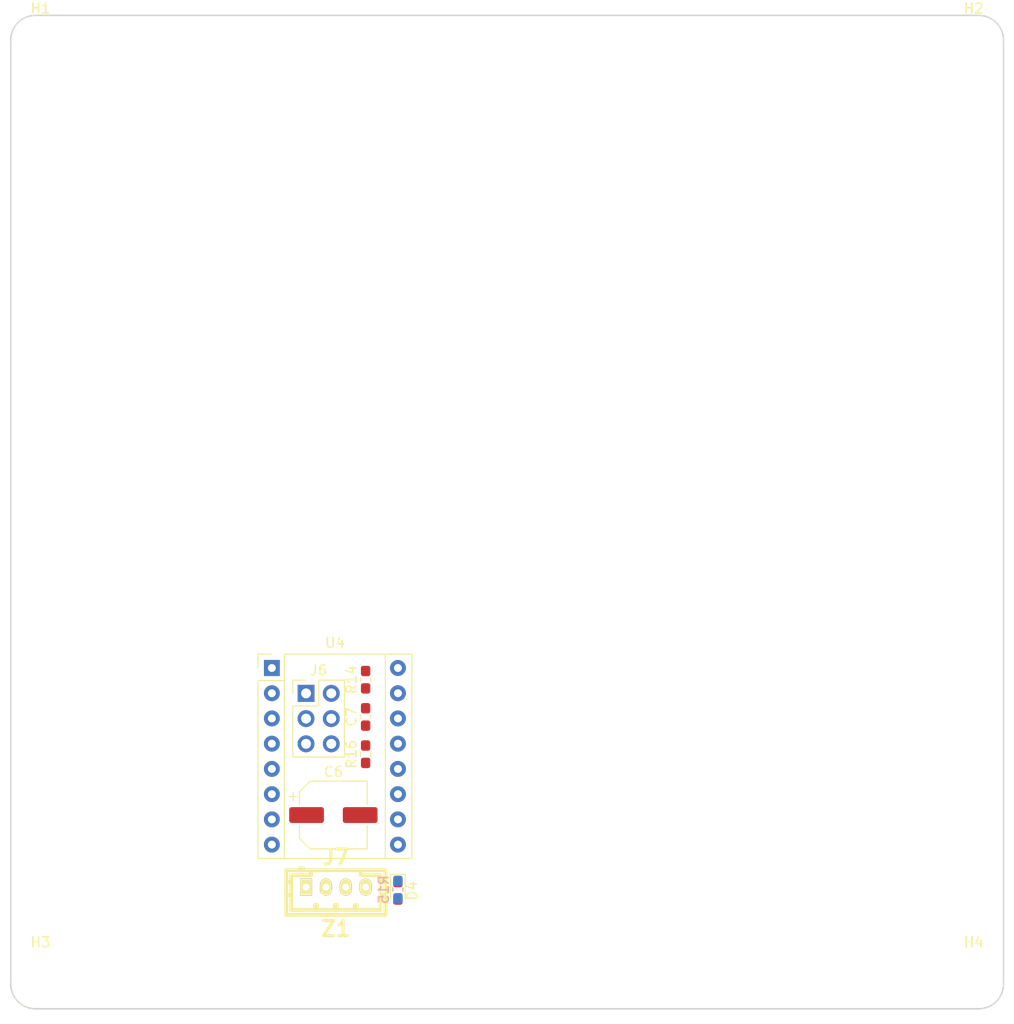
<source format=kicad_pcb>
(kicad_pcb (version 20171130) (host pcbnew 5.0.2-bee76a0~70~ubuntu18.04.1)

  (general
    (thickness 1.6)
    (drawings 8)
    (tracks 0)
    (zones 0)
    (modules 13)
    (nets 16)
  )

  (page A4)
  (layers
    (0 F.Cu signal)
    (31 B.Cu signal)
    (32 B.Adhes user)
    (33 F.Adhes user)
    (34 B.Paste user)
    (35 F.Paste user)
    (36 B.SilkS user)
    (37 F.SilkS user)
    (38 B.Mask user)
    (39 F.Mask user)
    (40 Dwgs.User user)
    (41 Cmts.User user)
    (42 Eco1.User user)
    (43 Eco2.User user)
    (44 Edge.Cuts user)
    (45 Margin user)
    (46 B.CrtYd user)
    (47 F.CrtYd user)
    (48 B.Fab user)
    (49 F.Fab user)
  )

  (setup
    (last_trace_width 0.25)
    (trace_clearance 0.2)
    (zone_clearance 0.508)
    (zone_45_only no)
    (trace_min 0.2)
    (segment_width 0.2)
    (edge_width 0.1)
    (via_size 0.8)
    (via_drill 0.4)
    (via_min_size 0.4)
    (via_min_drill 0.3)
    (uvia_size 0.3)
    (uvia_drill 0.1)
    (uvias_allowed no)
    (uvia_min_size 0.2)
    (uvia_min_drill 0.1)
    (pcb_text_width 0.3)
    (pcb_text_size 1.5 1.5)
    (mod_edge_width 0.15)
    (mod_text_size 1 1)
    (mod_text_width 0.15)
    (pad_size 1.5 1.5)
    (pad_drill 0.6)
    (pad_to_mask_clearance 0)
    (solder_mask_min_width 0.25)
    (aux_axis_origin 0 0)
    (visible_elements FFFFFF7F)
    (pcbplotparams
      (layerselection 0x010fc_ffffffff)
      (usegerberextensions false)
      (usegerberattributes false)
      (usegerberadvancedattributes false)
      (creategerberjobfile false)
      (excludeedgelayer true)
      (linewidth 0.100000)
      (plotframeref false)
      (viasonmask false)
      (mode 1)
      (useauxorigin false)
      (hpglpennumber 1)
      (hpglpenspeed 20)
      (hpglpendiameter 15.000000)
      (psnegative false)
      (psa4output false)
      (plotreference true)
      (plotvalue true)
      (plotinvisibletext false)
      (padsonsilk false)
      (subtractmaskfromsilk false)
      (outputformat 1)
      (mirror false)
      (drillshape 1)
      (scaleselection 1)
      (outputdirectory ""))
  )

  (net 0 "")
  (net 1 GND)
  (net 2 +3V3)
  (net 3 +12V)
  (net 4 "Net-(J7-Pad4)")
  (net 5 "Net-(J7-Pad2)")
  (net 6 "Net-(J7-Pad3)")
  (net 7 "Net-(J7-Pad1)")
  (net 8 /Z1_~E1_STEP~PER_DRIVER/~Z1_EN~)
  (net 9 "Net-(J6-Pad1)")
  (net 10 "Net-(J6-Pad3)")
  (net 11 "Net-(J6-Pad5)")
  (net 12 "Net-(U4-Pad5)")
  (net 13 /Z1_~E1_STEP~PER_DRIVER/Z1_STEP)
  (net 14 /Z1_~E1_STEP~PER_DRIVER/Z1_DIR)
  (net 15 "Net-(D4-Pad2)")

  (net_class Default "This is the default net class."
    (clearance 0.2)
    (trace_width 0.25)
    (via_dia 0.8)
    (via_drill 0.4)
    (uvia_dia 0.3)
    (uvia_drill 0.1)
    (add_net +12V)
    (add_net +3V3)
    (add_net /Z1_~E1_STEP~PER_DRIVER/Z1_DIR)
    (add_net /Z1_~E1_STEP~PER_DRIVER/Z1_STEP)
    (add_net /Z1_~E1_STEP~PER_DRIVER/~Z1_EN~)
    (add_net GND)
    (add_net "Net-(D4-Pad2)")
    (add_net "Net-(J6-Pad1)")
    (add_net "Net-(J6-Pad3)")
    (add_net "Net-(J6-Pad5)")
    (add_net "Net-(J7-Pad1)")
    (add_net "Net-(J7-Pad2)")
    (add_net "Net-(J7-Pad3)")
    (add_net "Net-(J7-Pad4)")
    (add_net "Net-(U4-Pad5)")
  )

  (module Capacitor_SMD:CP_Elec_6.3x7.7 (layer F.Cu) (tedit 5BCA39D0) (tstamp 5CCAAB55)
    (at 32.5 80.5)
    (descr "SMD capacitor, aluminum electrolytic, Nichicon, 6.3x7.7mm")
    (tags "capacitor electrolytic")
    (path /5CC0A8C5/5CC04D37)
    (attr smd)
    (fp_text reference C6 (at 0 -4.35) (layer F.SilkS)
      (effects (font (size 1 1) (thickness 0.15)))
    )
    (fp_text value CP100uf,25V (at 0 4.35) (layer F.Fab)
      (effects (font (size 1 1) (thickness 0.15)))
    )
    (fp_text user %R (at 0 0) (layer F.Fab)
      (effects (font (size 1 1) (thickness 0.15)))
    )
    (fp_line (start -4.7 1.05) (end -3.55 1.05) (layer F.CrtYd) (width 0.05))
    (fp_line (start -4.7 -1.05) (end -4.7 1.05) (layer F.CrtYd) (width 0.05))
    (fp_line (start -3.55 -1.05) (end -4.7 -1.05) (layer F.CrtYd) (width 0.05))
    (fp_line (start -3.55 1.05) (end -3.55 2.4) (layer F.CrtYd) (width 0.05))
    (fp_line (start -3.55 -2.4) (end -3.55 -1.05) (layer F.CrtYd) (width 0.05))
    (fp_line (start -3.55 -2.4) (end -2.4 -3.55) (layer F.CrtYd) (width 0.05))
    (fp_line (start -3.55 2.4) (end -2.4 3.55) (layer F.CrtYd) (width 0.05))
    (fp_line (start -2.4 -3.55) (end 3.55 -3.55) (layer F.CrtYd) (width 0.05))
    (fp_line (start -2.4 3.55) (end 3.55 3.55) (layer F.CrtYd) (width 0.05))
    (fp_line (start 3.55 1.05) (end 3.55 3.55) (layer F.CrtYd) (width 0.05))
    (fp_line (start 4.7 1.05) (end 3.55 1.05) (layer F.CrtYd) (width 0.05))
    (fp_line (start 4.7 -1.05) (end 4.7 1.05) (layer F.CrtYd) (width 0.05))
    (fp_line (start 3.55 -1.05) (end 4.7 -1.05) (layer F.CrtYd) (width 0.05))
    (fp_line (start 3.55 -3.55) (end 3.55 -1.05) (layer F.CrtYd) (width 0.05))
    (fp_line (start -4.04375 -2.24125) (end -4.04375 -1.45375) (layer F.SilkS) (width 0.12))
    (fp_line (start -4.4375 -1.8475) (end -3.65 -1.8475) (layer F.SilkS) (width 0.12))
    (fp_line (start -3.41 2.345563) (end -2.345563 3.41) (layer F.SilkS) (width 0.12))
    (fp_line (start -3.41 -2.345563) (end -2.345563 -3.41) (layer F.SilkS) (width 0.12))
    (fp_line (start -3.41 -2.345563) (end -3.41 -1.06) (layer F.SilkS) (width 0.12))
    (fp_line (start -3.41 2.345563) (end -3.41 1.06) (layer F.SilkS) (width 0.12))
    (fp_line (start -2.345563 3.41) (end 3.41 3.41) (layer F.SilkS) (width 0.12))
    (fp_line (start -2.345563 -3.41) (end 3.41 -3.41) (layer F.SilkS) (width 0.12))
    (fp_line (start 3.41 -3.41) (end 3.41 -1.06) (layer F.SilkS) (width 0.12))
    (fp_line (start 3.41 3.41) (end 3.41 1.06) (layer F.SilkS) (width 0.12))
    (fp_line (start -2.389838 -1.645) (end -2.389838 -1.015) (layer F.Fab) (width 0.1))
    (fp_line (start -2.704838 -1.33) (end -2.074838 -1.33) (layer F.Fab) (width 0.1))
    (fp_line (start -3.3 2.3) (end -2.3 3.3) (layer F.Fab) (width 0.1))
    (fp_line (start -3.3 -2.3) (end -2.3 -3.3) (layer F.Fab) (width 0.1))
    (fp_line (start -3.3 -2.3) (end -3.3 2.3) (layer F.Fab) (width 0.1))
    (fp_line (start -2.3 3.3) (end 3.3 3.3) (layer F.Fab) (width 0.1))
    (fp_line (start -2.3 -3.3) (end 3.3 -3.3) (layer F.Fab) (width 0.1))
    (fp_line (start 3.3 -3.3) (end 3.3 3.3) (layer F.Fab) (width 0.1))
    (fp_circle (center 0 0) (end 3.15 0) (layer F.Fab) (width 0.1))
    (pad 2 smd roundrect (at 2.7 0) (size 3.5 1.6) (layers F.Cu F.Paste F.Mask) (roundrect_rratio 0.15625)
      (net 1 GND))
    (pad 1 smd roundrect (at -2.7 0) (size 3.5 1.6) (layers F.Cu F.Paste F.Mask) (roundrect_rratio 0.15625)
      (net 3 +12V))
    (model ${KISYS3DMOD}/Capacitor_SMD.3dshapes/CP_Elec_6.3x7.7.wrl
      (at (xyz 0 0 0))
      (scale (xyz 1 1 1))
      (rotate (xyz 0 0 0))
    )
  )

  (module Capacitor_SMD:C_0603_1608Metric_Pad1.05x0.95mm_HandSolder (layer F.Cu) (tedit 5B301BBE) (tstamp 5CCAA7CE)
    (at 35.75 70.624999 90)
    (descr "Capacitor SMD 0603 (1608 Metric), square (rectangular) end terminal, IPC_7351 nominal with elongated pad for handsoldering. (Body size source: http://www.tortai-tech.com/upload/download/2011102023233369053.pdf), generated with kicad-footprint-generator")
    (tags "capacitor handsolder")
    (path /5CC0A8C5/5CC40BBB)
    (attr smd)
    (fp_text reference C7 (at 0 -1.43 90) (layer F.SilkS)
      (effects (font (size 1 1) (thickness 0.15)))
    )
    (fp_text value C104,0603 (at 0 1.43 90) (layer F.Fab)
      (effects (font (size 1 1) (thickness 0.15)))
    )
    (fp_text user %R (at 0 0 90) (layer F.Fab)
      (effects (font (size 0.4 0.4) (thickness 0.06)))
    )
    (fp_line (start 1.65 0.73) (end -1.65 0.73) (layer F.CrtYd) (width 0.05))
    (fp_line (start 1.65 -0.73) (end 1.65 0.73) (layer F.CrtYd) (width 0.05))
    (fp_line (start -1.65 -0.73) (end 1.65 -0.73) (layer F.CrtYd) (width 0.05))
    (fp_line (start -1.65 0.73) (end -1.65 -0.73) (layer F.CrtYd) (width 0.05))
    (fp_line (start -0.171267 0.51) (end 0.171267 0.51) (layer F.SilkS) (width 0.12))
    (fp_line (start -0.171267 -0.51) (end 0.171267 -0.51) (layer F.SilkS) (width 0.12))
    (fp_line (start 0.8 0.4) (end -0.8 0.4) (layer F.Fab) (width 0.1))
    (fp_line (start 0.8 -0.4) (end 0.8 0.4) (layer F.Fab) (width 0.1))
    (fp_line (start -0.8 -0.4) (end 0.8 -0.4) (layer F.Fab) (width 0.1))
    (fp_line (start -0.8 0.4) (end -0.8 -0.4) (layer F.Fab) (width 0.1))
    (pad 2 smd roundrect (at 0.875 0 90) (size 1.05 0.95) (layers F.Cu F.Paste F.Mask) (roundrect_rratio 0.25)
      (net 2 +3V3))
    (pad 1 smd roundrect (at -0.875 0 90) (size 1.05 0.95) (layers F.Cu F.Paste F.Mask) (roundrect_rratio 0.25)
      (net 1 GND))
    (model ${KISYS3DMOD}/Capacitor_SMD.3dshapes/C_0603_1608Metric.wrl
      (at (xyz 0 0 0))
      (scale (xyz 1 1 1))
      (rotate (xyz 0 0 0))
    )
  )

  (module Connector_PinHeader_2.54mm:PinHeader_2x03_P2.54mm_Vertical (layer F.Cu) (tedit 59FED5CC) (tstamp 5CCAA724)
    (at 29.75 68.25)
    (descr "Through hole straight pin header, 2x03, 2.54mm pitch, double rows")
    (tags "Through hole pin header THT 2x03 2.54mm double row")
    (path /5CC0A8C5/5CC04CDA)
    (fp_text reference J6 (at 1.27 -2.33) (layer F.SilkS)
      (effects (font (size 1 1) (thickness 0.15)))
    )
    (fp_text value MS_SELECT (at 1.27 7.41) (layer F.Fab)
      (effects (font (size 1 1) (thickness 0.15)))
    )
    (fp_text user %R (at 1.27 2.54 90) (layer F.Fab)
      (effects (font (size 1 1) (thickness 0.15)))
    )
    (fp_line (start 4.35 -1.8) (end -1.8 -1.8) (layer F.CrtYd) (width 0.05))
    (fp_line (start 4.35 6.85) (end 4.35 -1.8) (layer F.CrtYd) (width 0.05))
    (fp_line (start -1.8 6.85) (end 4.35 6.85) (layer F.CrtYd) (width 0.05))
    (fp_line (start -1.8 -1.8) (end -1.8 6.85) (layer F.CrtYd) (width 0.05))
    (fp_line (start -1.33 -1.33) (end 0 -1.33) (layer F.SilkS) (width 0.12))
    (fp_line (start -1.33 0) (end -1.33 -1.33) (layer F.SilkS) (width 0.12))
    (fp_line (start 1.27 -1.33) (end 3.87 -1.33) (layer F.SilkS) (width 0.12))
    (fp_line (start 1.27 1.27) (end 1.27 -1.33) (layer F.SilkS) (width 0.12))
    (fp_line (start -1.33 1.27) (end 1.27 1.27) (layer F.SilkS) (width 0.12))
    (fp_line (start 3.87 -1.33) (end 3.87 6.41) (layer F.SilkS) (width 0.12))
    (fp_line (start -1.33 1.27) (end -1.33 6.41) (layer F.SilkS) (width 0.12))
    (fp_line (start -1.33 6.41) (end 3.87 6.41) (layer F.SilkS) (width 0.12))
    (fp_line (start -1.27 0) (end 0 -1.27) (layer F.Fab) (width 0.1))
    (fp_line (start -1.27 6.35) (end -1.27 0) (layer F.Fab) (width 0.1))
    (fp_line (start 3.81 6.35) (end -1.27 6.35) (layer F.Fab) (width 0.1))
    (fp_line (start 3.81 -1.27) (end 3.81 6.35) (layer F.Fab) (width 0.1))
    (fp_line (start 0 -1.27) (end 3.81 -1.27) (layer F.Fab) (width 0.1))
    (pad 6 thru_hole oval (at 2.54 5.08) (size 1.7 1.7) (drill 1) (layers *.Cu *.Mask)
      (net 2 +3V3))
    (pad 5 thru_hole oval (at 0 5.08) (size 1.7 1.7) (drill 1) (layers *.Cu *.Mask)
      (net 11 "Net-(J6-Pad5)"))
    (pad 4 thru_hole oval (at 2.54 2.54) (size 1.7 1.7) (drill 1) (layers *.Cu *.Mask)
      (net 2 +3V3))
    (pad 3 thru_hole oval (at 0 2.54) (size 1.7 1.7) (drill 1) (layers *.Cu *.Mask)
      (net 10 "Net-(J6-Pad3)"))
    (pad 2 thru_hole oval (at 2.54 0) (size 1.7 1.7) (drill 1) (layers *.Cu *.Mask)
      (net 2 +3V3))
    (pad 1 thru_hole rect (at 0 0) (size 1.7 1.7) (drill 1) (layers *.Cu *.Mask)
      (net 9 "Net-(J6-Pad1)"))
    (model ${KISYS3DMOD}/Connector_PinHeader_2.54mm.3dshapes/PinHeader_2x03_P2.54mm_Vertical.wrl
      (at (xyz 0 0 0))
      (scale (xyz 1 1 1))
      (rotate (xyz 0 0 0))
    )
  )

  (module LED_SMD:LED_0603_1608Metric_Pad1.05x0.95mm_HandSolder (layer F.Cu) (tedit 5B4B45C9) (tstamp 5CCAA42F)
    (at 39 88.125001 270)
    (descr "LED SMD 0603 (1608 Metric), square (rectangular) end terminal, IPC_7351 nominal, (Body size source: http://www.tortai-tech.com/upload/download/2011102023233369053.pdf), generated with kicad-footprint-generator")
    (tags "LED handsolder")
    (path /5CC0A8C5/5CC59930)
    (attr smd)
    (fp_text reference D4 (at 0 -1.43 270) (layer F.SilkS)
      (effects (font (size 1 1) (thickness 0.15)))
    )
    (fp_text value LED_BLUE,0603 (at 0 1.43 270) (layer F.Fab)
      (effects (font (size 1 1) (thickness 0.15)))
    )
    (fp_text user %R (at 0 0 270) (layer F.Fab)
      (effects (font (size 0.4 0.4) (thickness 0.06)))
    )
    (fp_line (start 1.65 0.73) (end -1.65 0.73) (layer F.CrtYd) (width 0.05))
    (fp_line (start 1.65 -0.73) (end 1.65 0.73) (layer F.CrtYd) (width 0.05))
    (fp_line (start -1.65 -0.73) (end 1.65 -0.73) (layer F.CrtYd) (width 0.05))
    (fp_line (start -1.65 0.73) (end -1.65 -0.73) (layer F.CrtYd) (width 0.05))
    (fp_line (start -1.66 0.735) (end 0.8 0.735) (layer F.SilkS) (width 0.12))
    (fp_line (start -1.66 -0.735) (end -1.66 0.735) (layer F.SilkS) (width 0.12))
    (fp_line (start 0.8 -0.735) (end -1.66 -0.735) (layer F.SilkS) (width 0.12))
    (fp_line (start 0.8 0.4) (end 0.8 -0.4) (layer F.Fab) (width 0.1))
    (fp_line (start -0.8 0.4) (end 0.8 0.4) (layer F.Fab) (width 0.1))
    (fp_line (start -0.8 -0.1) (end -0.8 0.4) (layer F.Fab) (width 0.1))
    (fp_line (start -0.5 -0.4) (end -0.8 -0.1) (layer F.Fab) (width 0.1))
    (fp_line (start 0.8 -0.4) (end -0.5 -0.4) (layer F.Fab) (width 0.1))
    (pad 2 smd roundrect (at 0.875 0 270) (size 1.05 0.95) (layers F.Cu F.Paste F.Mask) (roundrect_rratio 0.25)
      (net 15 "Net-(D4-Pad2)"))
    (pad 1 smd roundrect (at -0.875 0 270) (size 1.05 0.95) (layers F.Cu F.Paste F.Mask) (roundrect_rratio 0.25)
      (net 8 /Z1_~E1_STEP~PER_DRIVER/~Z1_EN~))
    (model ${KISYS3DMOD}/LED_SMD.3dshapes/LED_0603_1608Metric.wrl
      (at (xyz 0 0 0))
      (scale (xyz 1 1 1))
      (rotate (xyz 0 0 0))
    )
  )

  (module Resistor_SMD:R_0603_1608Metric_Pad1.05x0.95mm_HandSolder (layer B.Cu) (tedit 5B301BBD) (tstamp 5CCAA356)
    (at 39 88 270)
    (descr "Resistor SMD 0603 (1608 Metric), square (rectangular) end terminal, IPC_7351 nominal with elongated pad for handsoldering. (Body size source: http://www.tortai-tech.com/upload/download/2011102023233369053.pdf), generated with kicad-footprint-generator")
    (tags "resistor handsolder")
    (path /5CC0A8C5/5CC59929)
    (attr smd)
    (fp_text reference R15 (at 0 1.43 270) (layer B.SilkS)
      (effects (font (size 1 1) (thickness 0.15)) (justify mirror))
    )
    (fp_text value R102,0603 (at 0 -1.43 270) (layer B.Fab)
      (effects (font (size 1 1) (thickness 0.15)) (justify mirror))
    )
    (fp_line (start -0.8 -0.4) (end -0.8 0.4) (layer B.Fab) (width 0.1))
    (fp_line (start -0.8 0.4) (end 0.8 0.4) (layer B.Fab) (width 0.1))
    (fp_line (start 0.8 0.4) (end 0.8 -0.4) (layer B.Fab) (width 0.1))
    (fp_line (start 0.8 -0.4) (end -0.8 -0.4) (layer B.Fab) (width 0.1))
    (fp_line (start -0.171267 0.51) (end 0.171267 0.51) (layer B.SilkS) (width 0.12))
    (fp_line (start -0.171267 -0.51) (end 0.171267 -0.51) (layer B.SilkS) (width 0.12))
    (fp_line (start -1.65 -0.73) (end -1.65 0.73) (layer B.CrtYd) (width 0.05))
    (fp_line (start -1.65 0.73) (end 1.65 0.73) (layer B.CrtYd) (width 0.05))
    (fp_line (start 1.65 0.73) (end 1.65 -0.73) (layer B.CrtYd) (width 0.05))
    (fp_line (start 1.65 -0.73) (end -1.65 -0.73) (layer B.CrtYd) (width 0.05))
    (fp_text user %R (at 0 0 270) (layer B.Fab)
      (effects (font (size 0.4 0.4) (thickness 0.06)) (justify mirror))
    )
    (pad 1 smd roundrect (at -0.875 0 270) (size 1.05 0.95) (layers B.Cu B.Paste B.Mask) (roundrect_rratio 0.25)
      (net 2 +3V3))
    (pad 2 smd roundrect (at 0.875 0 270) (size 1.05 0.95) (layers B.Cu B.Paste B.Mask) (roundrect_rratio 0.25)
      (net 15 "Net-(D4-Pad2)"))
    (model ${KISYS3DMOD}/Resistor_SMD.3dshapes/R_0603_1608Metric.wrl
      (at (xyz 0 0 0))
      (scale (xyz 1 1 1))
      (rotate (xyz 0 0 0))
    )
  )

  (module Resistor_SMD:R_0603_1608Metric_Pad1.05x0.95mm_HandSolder (layer F.Cu) (tedit 5B301BBD) (tstamp 5CCAA246)
    (at 35.75 66.874999 90)
    (descr "Resistor SMD 0603 (1608 Metric), square (rectangular) end terminal, IPC_7351 nominal with elongated pad for handsoldering. (Body size source: http://www.tortai-tech.com/upload/download/2011102023233369053.pdf), generated with kicad-footprint-generator")
    (tags "resistor handsolder")
    (path /5CC0A8C5/5CC04CCE)
    (attr smd)
    (fp_text reference R14 (at 0 -1.43 90) (layer F.SilkS)
      (effects (font (size 1 1) (thickness 0.15)))
    )
    (fp_text value R104,0603 (at 0 1.43 90) (layer F.Fab)
      (effects (font (size 1 1) (thickness 0.15)))
    )
    (fp_line (start -0.8 0.4) (end -0.8 -0.4) (layer F.Fab) (width 0.1))
    (fp_line (start -0.8 -0.4) (end 0.8 -0.4) (layer F.Fab) (width 0.1))
    (fp_line (start 0.8 -0.4) (end 0.8 0.4) (layer F.Fab) (width 0.1))
    (fp_line (start 0.8 0.4) (end -0.8 0.4) (layer F.Fab) (width 0.1))
    (fp_line (start -0.171267 -0.51) (end 0.171267 -0.51) (layer F.SilkS) (width 0.12))
    (fp_line (start -0.171267 0.51) (end 0.171267 0.51) (layer F.SilkS) (width 0.12))
    (fp_line (start -1.65 0.73) (end -1.65 -0.73) (layer F.CrtYd) (width 0.05))
    (fp_line (start -1.65 -0.73) (end 1.65 -0.73) (layer F.CrtYd) (width 0.05))
    (fp_line (start 1.65 -0.73) (end 1.65 0.73) (layer F.CrtYd) (width 0.05))
    (fp_line (start 1.65 0.73) (end -1.65 0.73) (layer F.CrtYd) (width 0.05))
    (fp_text user %R (at 0 0 90) (layer F.Fab)
      (effects (font (size 0.4 0.4) (thickness 0.06)))
    )
    (pad 1 smd roundrect (at -0.875 0 90) (size 1.05 0.95) (layers F.Cu F.Paste F.Mask) (roundrect_rratio 0.25)
      (net 1 GND))
    (pad 2 smd roundrect (at 0.875 0 90) (size 1.05 0.95) (layers F.Cu F.Paste F.Mask) (roundrect_rratio 0.25)
      (net 9 "Net-(J6-Pad1)"))
    (model ${KISYS3DMOD}/Resistor_SMD.3dshapes/R_0603_1608Metric.wrl
      (at (xyz 0 0 0))
      (scale (xyz 1 1 1))
      (rotate (xyz 0 0 0))
    )
  )

  (module Resistor_SMD:R_0603_1608Metric_Pad1.05x0.95mm_HandSolder (layer F.Cu) (tedit 5B301BBD) (tstamp 5CCAA1BE)
    (at 35.75 74.375 90)
    (descr "Resistor SMD 0603 (1608 Metric), square (rectangular) end terminal, IPC_7351 nominal with elongated pad for handsoldering. (Body size source: http://www.tortai-tech.com/upload/download/2011102023233369053.pdf), generated with kicad-footprint-generator")
    (tags "resistor handsolder")
    (path /5CC0A8C5/5CC5991B)
    (attr smd)
    (fp_text reference R16 (at 0 -1.43 90) (layer F.SilkS)
      (effects (font (size 1 1) (thickness 0.15)))
    )
    (fp_text value R103,0603 (at 0 1.43 90) (layer F.Fab)
      (effects (font (size 1 1) (thickness 0.15)))
    )
    (fp_line (start -0.8 0.4) (end -0.8 -0.4) (layer F.Fab) (width 0.1))
    (fp_line (start -0.8 -0.4) (end 0.8 -0.4) (layer F.Fab) (width 0.1))
    (fp_line (start 0.8 -0.4) (end 0.8 0.4) (layer F.Fab) (width 0.1))
    (fp_line (start 0.8 0.4) (end -0.8 0.4) (layer F.Fab) (width 0.1))
    (fp_line (start -0.171267 -0.51) (end 0.171267 -0.51) (layer F.SilkS) (width 0.12))
    (fp_line (start -0.171267 0.51) (end 0.171267 0.51) (layer F.SilkS) (width 0.12))
    (fp_line (start -1.65 0.73) (end -1.65 -0.73) (layer F.CrtYd) (width 0.05))
    (fp_line (start -1.65 -0.73) (end 1.65 -0.73) (layer F.CrtYd) (width 0.05))
    (fp_line (start 1.65 -0.73) (end 1.65 0.73) (layer F.CrtYd) (width 0.05))
    (fp_line (start 1.65 0.73) (end -1.65 0.73) (layer F.CrtYd) (width 0.05))
    (fp_text user %R (at 0 0 90) (layer F.Fab)
      (effects (font (size 0.4 0.4) (thickness 0.06)))
    )
    (pad 1 smd roundrect (at -0.875 0 90) (size 1.05 0.95) (layers F.Cu F.Paste F.Mask) (roundrect_rratio 0.25)
      (net 2 +3V3))
    (pad 2 smd roundrect (at 0.875 0 90) (size 1.05 0.95) (layers F.Cu F.Paste F.Mask) (roundrect_rratio 0.25)
      (net 8 /Z1_~E1_STEP~PER_DRIVER/~Z1_EN~))
    (model ${KISYS3DMOD}/Resistor_SMD.3dshapes/R_0603_1608Metric.wrl
      (at (xyz 0 0 0))
      (scale (xyz 1 1 1))
      (rotate (xyz 0 0 0))
    )
  )

  (module footprint-lib:Pololu_Breakout-16_15.2x20.3mm (layer F.Cu) (tedit 5BFD989B) (tstamp 5CCA9D93)
    (at 26.305001 65.695001)
    (descr "Pololu Breakout 16-pin 15.2x20.3mm 0.6x0.8\\")
    (tags "Pololu Breakout")
    (path /5CC0A8C5/5CC04CC0)
    (fp_text reference U4 (at 6.35 -2.54) (layer F.SilkS)
      (effects (font (size 1 1) (thickness 0.15)))
    )
    (fp_text value A4988_MODULE (at 6.35 20.17) (layer F.Fab)
      (effects (font (size 1 1) (thickness 0.15)))
    )
    (fp_text user %R (at 6.35 0) (layer F.Fab)
      (effects (font (size 1 1) (thickness 0.15)))
    )
    (fp_line (start 11.43 -1.4) (end 11.43 19.18) (layer F.SilkS) (width 0.12))
    (fp_line (start 1.27 1.27) (end 1.27 19.18) (layer F.SilkS) (width 0.12))
    (fp_line (start 0 -1.4) (end -1.4 -1.4) (layer F.SilkS) (width 0.12))
    (fp_line (start -1.4 -1.4) (end -1.4 0) (layer F.SilkS) (width 0.12))
    (fp_line (start 1.27 -1.4) (end 1.27 1.27) (layer F.SilkS) (width 0.12))
    (fp_line (start 1.27 1.27) (end -1.4 1.27) (layer F.SilkS) (width 0.12))
    (fp_line (start -1.4 1.27) (end -1.4 19.18) (layer F.SilkS) (width 0.12))
    (fp_line (start -1.4 19.18) (end 14.1 19.18) (layer F.SilkS) (width 0.12))
    (fp_line (start 14.1 19.18) (end 14.1 -1.4) (layer F.SilkS) (width 0.12))
    (fp_line (start 14.1 -1.4) (end 1.27 -1.4) (layer F.SilkS) (width 0.12))
    (fp_line (start -1.27 0) (end 0 -1.27) (layer F.Fab) (width 0.1))
    (fp_line (start 0 -1.27) (end 13.97 -1.27) (layer F.Fab) (width 0.1))
    (fp_line (start 13.97 -1.27) (end 13.97 19.05) (layer F.Fab) (width 0.1))
    (fp_line (start 13.97 19.05) (end -1.27 19.05) (layer F.Fab) (width 0.1))
    (fp_line (start -1.27 19.05) (end -1.27 0) (layer F.Fab) (width 0.1))
    (fp_line (start -1.53 -1.52) (end 14.21 -1.52) (layer F.CrtYd) (width 0.05))
    (fp_line (start -1.53 -1.52) (end -1.53 19.3) (layer F.CrtYd) (width 0.05))
    (fp_line (start 14.21 19.3) (end 14.21 -1.52) (layer F.CrtYd) (width 0.05))
    (fp_line (start 14.21 19.3) (end -1.53 19.3) (layer F.CrtYd) (width 0.05))
    (pad 1 thru_hole rect (at 0 0) (size 1.6 1.6) (drill 0.8) (layers *.Cu *.Mask)
      (net 8 /Z1_~E1_STEP~PER_DRIVER/~Z1_EN~))
    (pad 9 thru_hole oval (at 12.7 17.78) (size 1.6 1.6) (drill 0.8) (layers *.Cu *.Mask)
      (net 1 GND))
    (pad 2 thru_hole oval (at 0 2.54) (size 1.6 1.6) (drill 0.8) (layers *.Cu *.Mask)
      (net 9 "Net-(J6-Pad1)"))
    (pad 10 thru_hole oval (at 12.7 15.24) (size 1.6 1.6) (drill 0.8) (layers *.Cu *.Mask)
      (net 2 +3V3))
    (pad 3 thru_hole oval (at 0 5.08) (size 1.6 1.6) (drill 0.8) (layers *.Cu *.Mask)
      (net 10 "Net-(J6-Pad3)"))
    (pad 11 thru_hole oval (at 12.7 12.7) (size 1.6 1.6) (drill 0.8) (layers *.Cu *.Mask)
      (net 4 "Net-(J7-Pad4)"))
    (pad 4 thru_hole oval (at 0 7.62) (size 1.6 1.6) (drill 0.8) (layers *.Cu *.Mask)
      (net 11 "Net-(J6-Pad5)"))
    (pad 12 thru_hole oval (at 12.7 10.16) (size 1.6 1.6) (drill 0.8) (layers *.Cu *.Mask)
      (net 6 "Net-(J7-Pad3)"))
    (pad 5 thru_hole oval (at 0 10.16) (size 1.6 1.6) (drill 0.8) (layers *.Cu *.Mask)
      (net 12 "Net-(U4-Pad5)"))
    (pad 13 thru_hole oval (at 12.7 7.62) (size 1.6 1.6) (drill 0.8) (layers *.Cu *.Mask)
      (net 5 "Net-(J7-Pad2)"))
    (pad 6 thru_hole oval (at 0 12.7) (size 1.6 1.6) (drill 0.8) (layers *.Cu *.Mask)
      (net 12 "Net-(U4-Pad5)"))
    (pad 14 thru_hole oval (at 12.7 5.08) (size 1.6 1.6) (drill 0.8) (layers *.Cu *.Mask)
      (net 7 "Net-(J7-Pad1)"))
    (pad 7 thru_hole oval (at 0 15.24) (size 1.6 1.6) (drill 0.8) (layers *.Cu *.Mask)
      (net 13 /Z1_~E1_STEP~PER_DRIVER/Z1_STEP))
    (pad 15 thru_hole oval (at 12.7 2.54) (size 1.6 1.6) (drill 0.8) (layers *.Cu *.Mask)
      (net 1 GND))
    (pad 8 thru_hole oval (at 0 17.78) (size 1.6 1.6) (drill 0.8) (layers *.Cu *.Mask)
      (net 14 /Z1_~E1_STEP~PER_DRIVER/Z1_DIR))
    (pad 16 thru_hole oval (at 12.7 0) (size 1.6 1.6) (drill 0.8) (layers *.Cu *.Mask)
      (net 3 +12V))
    (model ${KISYS3DMOD}/Module.3dshapes/Pololu_Breakout-16_15.2x20.3mm.wrl
      (at (xyz 0 0 0))
      (scale (xyz 1 1 1))
      (rotate (xyz 0 0 0))
    )
    (model /home/logic/_workspace/kicad/kicad_library/kicad-packages3d/3d_con_pcb/conF_08.wrl
      (offset (xyz 0 -9 -0.5))
      (scale (xyz 1 1 1))
      (rotate (xyz 0 0 90))
    )
    (model /home/logic/_workspace/kicad/kicad_library/kicad-packages3d/3d_con_pcb/conF_08.wrl
      (offset (xyz 12.5 -9 -0.5))
      (scale (xyz 1 1 1))
      (rotate (xyz 0 0 90))
    )
    (model "/home/logic/_workspace/kicad/kicad_library/kicad-packages3d/A4988 one body.step"
      (offset (xyz 6.5 -9 10.5))
      (scale (xyz 1 1 1))
      (rotate (xyz 0 0 0))
    )
  )

  (module footprint-lib:b4b-ph-kl,stepper_terminal (layer F.Cu) (tedit 0) (tstamp 5CCA9A00)
    (at 32.75 87.75)
    (descr "JST PH series connector, B4B-PH-KL")
    (path /5CC0A8C5/5CC04CFD)
    (fp_text reference J7 (at 0 -2.99974) (layer F.SilkS)
      (effects (font (size 1.524 1.524) (thickness 0.3048)))
    )
    (fp_text value Z1 (at 0 4.20116) (layer F.SilkS)
      (effects (font (size 1.524 1.524) (thickness 0.3048)))
    )
    (fp_line (start -3.60172 -1.89992) (end -3.60172 -1.69926) (layer F.SilkS) (width 0.381))
    (fp_line (start -3.302 -1.89992) (end -3.60172 -1.89992) (layer F.SilkS) (width 0.381))
    (fp_line (start -3.302 -1.69926) (end -3.302 -1.89992) (layer F.SilkS) (width 0.381))
    (fp_line (start 5.00126 -1.69926) (end 5.00126 2.79908) (layer F.SilkS) (width 0.381))
    (fp_line (start -5.00126 -1.69926) (end -5.00126 2.79908) (layer F.SilkS) (width 0.381))
    (fp_line (start 2.5019 -1.19888) (end 2.5019 -1.69926) (layer F.SilkS) (width 0.381))
    (fp_line (start 4.50088 -1.19888) (end 2.5019 -1.19888) (layer F.SilkS) (width 0.381))
    (fp_line (start 4.50088 2.30124) (end 4.50088 -1.19888) (layer F.SilkS) (width 0.381))
    (fp_line (start -4.50088 -1.19888) (end -4.50088 2.30124) (layer F.SilkS) (width 0.381))
    (fp_line (start -2.5019 -1.19888) (end -4.50088 -1.19888) (layer F.SilkS) (width 0.381))
    (fp_line (start -2.5019 -1.69926) (end -2.5019 -1.19888) (layer F.SilkS) (width 0.381))
    (fp_line (start -4.50088 -0.50038) (end -5.00126 -0.50038) (layer F.SilkS) (width 0.381))
    (fp_line (start -4.50088 0.8001) (end -5.00126 0.8001) (layer F.SilkS) (width 0.381))
    (fp_line (start 4.50088 0.8001) (end 5.00126 0.8001) (layer F.SilkS) (width 0.381))
    (fp_line (start 5.00126 -0.50038) (end 4.50088 -0.50038) (layer F.SilkS) (width 0.381))
    (fp_line (start 2.09804 1.80086) (end 2.09804 2.30124) (layer F.SilkS) (width 0.381))
    (fp_line (start 1.89992 1.80086) (end 2.09804 1.80086) (layer F.SilkS) (width 0.381))
    (fp_line (start 1.89992 2.30124) (end 1.89992 1.80086) (layer F.SilkS) (width 0.381))
    (fp_line (start -2.10058 2.30124) (end -2.10058 1.80086) (layer F.SilkS) (width 0.381))
    (fp_line (start -2.10058 1.80086) (end -1.90246 1.80086) (layer F.SilkS) (width 0.381))
    (fp_line (start -1.90246 1.80086) (end -1.90246 2.30124) (layer F.SilkS) (width 0.381))
    (fp_line (start -5.00126 -1.69926) (end 5.00126 -1.69926) (layer F.SilkS) (width 0.381))
    (fp_line (start 4.50088 2.30124) (end -4.50088 2.30124) (layer F.SilkS) (width 0.381))
    (fp_line (start -5.00126 2.79908) (end 5.00126 2.79908) (layer F.SilkS) (width 0.381))
    (fp_line (start -0.09906 2.30124) (end -0.09906 1.80086) (layer F.SilkS) (width 0.381))
    (fp_line (start -0.09906 1.80086) (end 0.09906 1.80086) (layer F.SilkS) (width 0.381))
    (fp_line (start 0.09906 1.80086) (end 0.09906 2.30124) (layer F.SilkS) (width 0.381))
    (pad 4 thru_hole oval (at 2.99974 0) (size 1.19888 1.69926) (drill 0.70104) (layers *.Cu *.Mask F.SilkS)
      (net 4 "Net-(J7-Pad4)"))
    (pad 2 thru_hole oval (at -1.00076 0) (size 1.19888 1.69926) (drill 0.70104) (layers *.Cu *.Mask F.SilkS)
      (net 5 "Net-(J7-Pad2)"))
    (pad 3 thru_hole oval (at 1.00076 0) (size 1.19888 1.69926) (drill 0.70104) (layers *.Cu *.Mask F.SilkS)
      (net 6 "Net-(J7-Pad3)"))
    (pad 1 thru_hole rect (at -3.00228 0) (size 1.19888 1.69926) (drill 0.70104) (layers *.Cu *.Mask F.SilkS)
      (net 7 "Net-(J7-Pad1)"))
    (model ${HOME}/_workspace/kicad/kicad_library/smisioto-footprints/modules/packages3d/walter/conn_jst-ph/b4b-ph-kl.wrl
      (at (xyz 0 0 0))
      (scale (xyz 1 1 1))
      (rotate (xyz 0 0 0))
    )
  )

  (module MountingHole:MountingHole_2.7mm_M2.5 locked (layer F.Cu) (tedit 5CC9656A) (tstamp 5CC97AE5)
    (at 3 97)
    (descr "Mounting Hole 2.7mm, no annular, M2.5")
    (tags "mounting hole 2.7mm no annular m2.5")
    (path /5CC19E46)
    (attr virtual)
    (fp_text reference H3 (at 0 -3.7) (layer F.SilkS)
      (effects (font (size 1 1) (thickness 0.15)))
    )
    (fp_text value MOUNT_M3 (at 0 3.7) (layer F.Fab)
      (effects (font (size 1 1) (thickness 0.15)))
    )
    (fp_text user %R (at 0.3 0) (layer F.Fab)
      (effects (font (size 1 1) (thickness 0.15)))
    )
    (fp_circle (center 0 0) (end 2.7 0) (layer Cmts.User) (width 0.15))
    (fp_circle (center 0 0) (end 2.95 0) (layer F.CrtYd) (width 0.05))
    (pad 1 np_thru_hole circle (at 0 0) (size 2.7 2.7) (drill 2.7) (layers *.Cu *.Mask))
  )

  (module MountingHole:MountingHole_2.7mm_M2.5 locked (layer F.Cu) (tedit 5CC96570) (tstamp 5CCDA043)
    (at 97 97)
    (descr "Mounting Hole 2.7mm, no annular, M2.5")
    (tags "mounting hole 2.7mm no annular m2.5")
    (path /5CC19EB8)
    (attr virtual)
    (fp_text reference H4 (at 0 -3.7) (layer F.SilkS)
      (effects (font (size 1 1) (thickness 0.15)))
    )
    (fp_text value MOUNT_M3 (at 0 3.7) (layer F.Fab)
      (effects (font (size 1 1) (thickness 0.15)))
    )
    (fp_text user %R (at 0.3 0) (layer F.Fab)
      (effects (font (size 1 1) (thickness 0.15)))
    )
    (fp_circle (center 0 0) (end 2.7 0) (layer Cmts.User) (width 0.15))
    (fp_circle (center 0 0) (end 2.95 0) (layer F.CrtYd) (width 0.05))
    (pad 1 np_thru_hole circle (at 0 0) (size 2.7 2.7) (drill 2.7) (layers *.Cu *.Mask))
  )

  (module MountingHole:MountingHole_2.7mm_M2.5 locked (layer F.Cu) (tedit 5CC9655B) (tstamp 5CCDA043)
    (at 3 3)
    (descr "Mounting Hole 2.7mm, no annular, M2.5")
    (tags "mounting hole 2.7mm no annular m2.5")
    (path /5CC19F6E)
    (attr virtual)
    (fp_text reference H1 (at 0 -3.7) (layer F.SilkS)
      (effects (font (size 1 1) (thickness 0.15)))
    )
    (fp_text value MOUNT_M3 (at 0 3.7) (layer F.Fab)
      (effects (font (size 1 1) (thickness 0.15)))
    )
    (fp_text user %R (at 0.3 0) (layer F.Fab)
      (effects (font (size 1 1) (thickness 0.15)))
    )
    (fp_circle (center 0 0) (end 2.7 0) (layer Cmts.User) (width 0.15))
    (fp_circle (center 0 0) (end 2.95 0) (layer F.CrtYd) (width 0.05))
    (pad 1 np_thru_hole circle (at 0 0) (size 2.7 2.7) (drill 2.7) (layers *.Cu *.Mask))
  )

  (module MountingHole:MountingHole_2.7mm_M2.5 locked (layer F.Cu) (tedit 5CC96563) (tstamp 5CCD93C2)
    (at 97 3)
    (descr "Mounting Hole 2.7mm, no annular, M2.5")
    (tags "mounting hole 2.7mm no annular m2.5")
    (path /5CC19F4A)
    (attr virtual)
    (fp_text reference H2 (at 0 -3.7) (layer F.SilkS)
      (effects (font (size 1 1) (thickness 0.15)))
    )
    (fp_text value MOUNT_M3 (at 0 3.7) (layer F.Fab)
      (effects (font (size 1 1) (thickness 0.15)))
    )
    (fp_circle (center 0 0) (end 2.95 0) (layer F.CrtYd) (width 0.05))
    (fp_circle (center 0 0) (end 2.7 0) (layer Cmts.User) (width 0.15))
    (fp_text user %R (at 0.3 0) (layer F.Fab)
      (effects (font (size 1 1) (thickness 0.15)))
    )
    (pad 1 np_thru_hole circle (at 0 0) (size 2.7 2.7) (drill 2.7) (layers *.Cu *.Mask))
  )

  (gr_arc (start 2.5 97.5) (end 0 97.5) (angle -90) (layer Edge.Cuts) (width 0.15) (tstamp 5CC1E782))
  (gr_arc (start 97.5 97.5) (end 97.5 100) (angle -90) (layer Edge.Cuts) (width 0.15))
  (gr_arc (start 97.5 2.5) (end 100 2.5) (angle -90) (layer Edge.Cuts) (width 0.15))
  (gr_arc (start 2.5 2.5) (end 2.5 0) (angle -90) (layer Edge.Cuts) (width 0.15) (tstamp 5CC2D8B1))
  (gr_line (start 97.5 0) (end 2.5 0) (layer Edge.Cuts) (width 0.15))
  (gr_line (start 100 97.5) (end 100 2.5) (layer Edge.Cuts) (width 0.15))
  (gr_line (start 2.5 100) (end 97.5 100) (layer Edge.Cuts) (width 0.15) (tstamp 5CCAFE9E))
  (gr_line (start 0 2.5) (end 0 97.5) (layer Edge.Cuts) (width 0.15))

)

</source>
